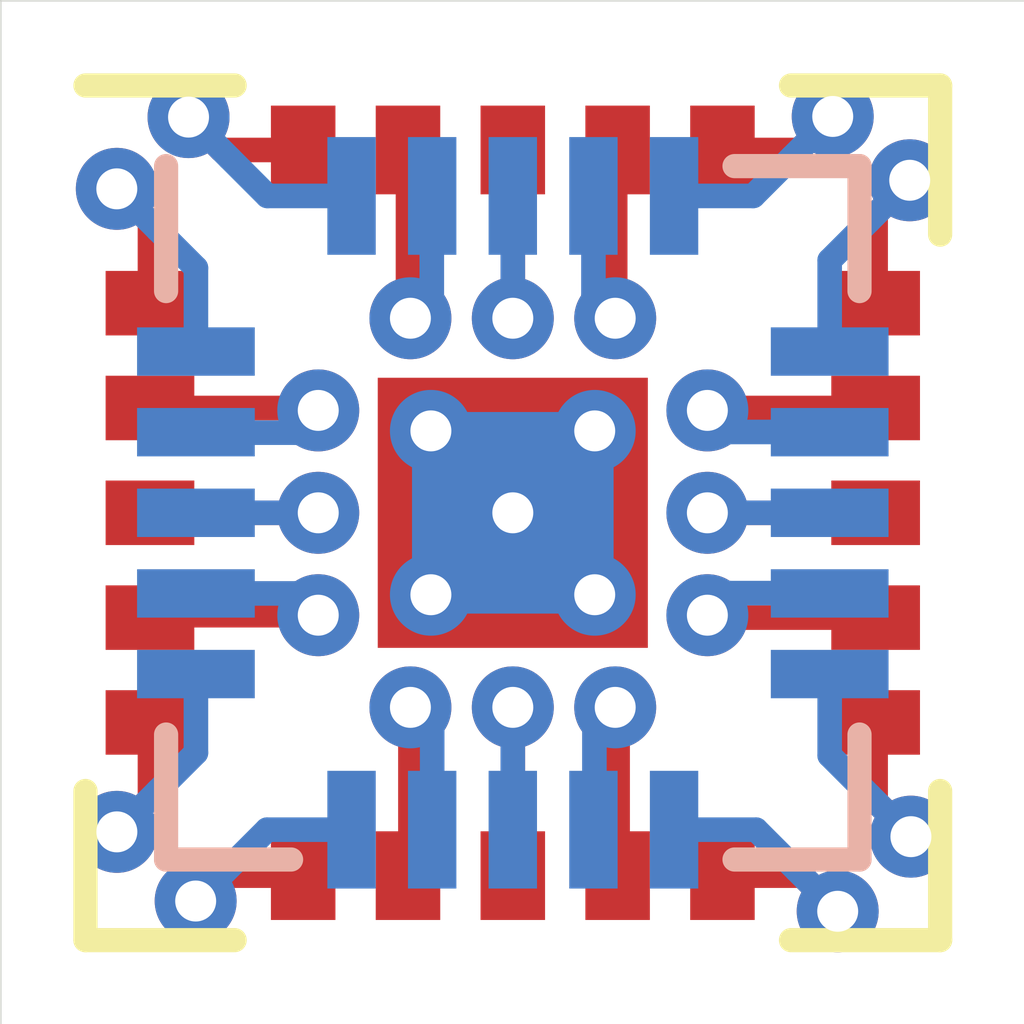
<source format=kicad_pcb>
(kicad_pcb (version 4) (host pcbnew 4.0.7)

  (general
    (links 0)
    (no_connects 0)
    (area 115.99522 73.0726 143.204781 89.9274)
    (thickness 1.6)
    (drawings 4)
    (tracks 111)
    (zones 0)
    (modules 2)
    (nets 1)
  )

  (page A4)
  (layers
    (0 F.Cu signal)
    (31 B.Cu signal)
    (32 B.Adhes user)
    (33 F.Adhes user hide)
    (34 B.Paste user hide)
    (35 F.Paste user hide)
    (36 B.SilkS user)
    (37 F.SilkS user)
    (38 B.Mask user)
    (39 F.Mask user)
    (40 Dwgs.User user hide)
    (41 Cmts.User user hide)
    (42 Eco1.User user hide)
    (43 Eco2.User user hide)
    (44 Edge.Cuts user)
    (45 Margin user hide)
    (46 B.CrtYd user hide)
    (47 F.CrtYd user hide)
    (48 B.Fab user hide)
    (49 F.Fab user hide)
  )

  (setup
    (last_trace_width 0.1524)
    (trace_clearance 0.1524)
    (zone_clearance 0.508)
    (zone_45_only no)
    (trace_min 0.1524)
    (segment_width 0.2)
    (edge_width 0.01)
    (via_size 0.508)
    (via_drill 0.254)
    (via_min_size 0.508)
    (via_min_drill 0.254)
    (uvia_size 0.508)
    (uvia_drill 0.254)
    (uvias_allowed no)
    (uvia_min_size 0.508)
    (uvia_min_drill 0.254)
    (pcb_text_width 0.3)
    (pcb_text_size 1.5 1.5)
    (mod_edge_width 0.15)
    (mod_text_size 1 1)
    (mod_text_width 0.15)
    (pad_size 0.73 0.3)
    (pad_drill 0)
    (pad_to_mask_clearance 0.2)
    (aux_axis_origin 126.825 83.175)
    (grid_origin 126.825 83.175)
    (visible_elements 7FFCD609)
    (pcbplotparams
      (layerselection 0x010f0_80000001)
      (usegerberextensions true)
      (excludeedgelayer true)
      (linewidth 0.100000)
      (plotframeref false)
      (viasonmask false)
      (mode 1)
      (useauxorigin false)
      (hpglpennumber 1)
      (hpglpenspeed 20)
      (hpglpendiameter 15)
      (hpglpenoverlay 2)
      (psnegative false)
      (psa4output false)
      (plotreference true)
      (plotvalue true)
      (plotinvisibletext false)
      (padsonsilk false)
      (subtractmaskfromsilk false)
      (outputformat 1)
      (mirror false)
      (drillshape 0)
      (scaleselection 1)
      (outputdirectory gerber/))
  )

  (net 0 "")

  (net_class Default "This is the default net class."
    (clearance 0.1524)
    (trace_width 0.1524)
    (via_dia 0.508)
    (via_drill 0.254)
    (uvia_dia 0.508)
    (uvia_drill 0.254)
  )

  (module Housings_DFN_QFN:QFN-20-1EP_5x5mm_Pitch0.65mm (layer F.Cu) (tedit 5AD845BC) (tstamp 5ABDFBBC)
    (at 130 80)
    (descr "20-Lead Plastic Quad Flat, No Lead Package (MQ) - 5x5x0.9 mm Body [QFN]; (see Microchip Packaging Specification 00000049BS.pdf)")
    (tags "QFN 0.65")
    (attr smd)
    (fp_text reference REF** (at -2 -6) (layer F.SilkS) hide
      (effects (font (size 1 1) (thickness 0.15)))
    )
    (fp_text value QFN-20-1EP_5x5mm_Pitch0.65mm (at -0.4 8.9) (layer F.Fab) hide
      (effects (font (size 1 1) (thickness 0.15)))
    )
    (fp_line (start -1.5 -2.5) (end 2.5 -2.5) (layer F.Fab) (width 0.15))
    (fp_line (start 2.5 -2.5) (end 2.5 2.5) (layer F.Fab) (width 0.15))
    (fp_line (start 2.5 2.5) (end -2.5 2.5) (layer F.Fab) (width 0.15))
    (fp_line (start -2.5 2.5) (end -2.5 -1.5) (layer F.Fab) (width 0.15))
    (fp_line (start -2.5 -1.5) (end -1.5 -2.5) (layer F.Fab) (width 0.15))
    (fp_line (start -2.8 -2.8) (end -2.8 2.8) (layer F.CrtYd) (width 0.05))
    (fp_line (start 2.8 -2.8) (end 2.8 2.8) (layer F.CrtYd) (width 0.05))
    (fp_line (start -2.8 -2.8) (end 2.8 -2.8) (layer F.CrtYd) (width 0.05))
    (fp_line (start -2.8 2.8) (end 2.8 2.8) (layer F.CrtYd) (width 0.05))
    (fp_line (start 2.65 -2.65) (end 2.65 -1.725) (layer F.SilkS) (width 0.15))
    (fp_line (start -2.65 2.65) (end -2.65 1.725) (layer F.SilkS) (width 0.15))
    (fp_line (start 2.65 2.65) (end 2.65 1.725) (layer F.SilkS) (width 0.15))
    (fp_line (start -2.65 -2.65) (end -1.725 -2.65) (layer F.SilkS) (width 0.15))
    (fp_line (start -2.65 2.65) (end -1.725 2.65) (layer F.SilkS) (width 0.15))
    (fp_line (start 2.65 2.65) (end 1.725 2.65) (layer F.SilkS) (width 0.15))
    (fp_line (start 2.65 -2.65) (end 1.725 -2.65) (layer F.SilkS) (width 0.15))
    (pad 1 smd rect (at -2.25 -1.3) (size 0.55 0.4) (layers F.Cu F.Paste F.Mask))
    (pad 2 smd rect (at -2.25 -0.65) (size 0.55 0.4) (layers F.Cu F.Paste F.Mask))
    (pad 3 smd rect (at -2.25 0) (size 0.55 0.4) (layers F.Cu F.Paste F.Mask))
    (pad 4 smd rect (at -2.25 0.65) (size 0.55 0.4) (layers F.Cu F.Paste F.Mask))
    (pad 5 smd rect (at -2.25 1.3) (size 0.55 0.4) (layers F.Cu F.Paste F.Mask))
    (pad 6 smd rect (at -1.3 2.25 90) (size 0.55 0.4) (layers F.Cu F.Paste F.Mask))
    (pad 7 smd rect (at -0.65 2.25 90) (size 0.55 0.4) (layers F.Cu F.Paste F.Mask))
    (pad 8 smd rect (at 0 2.25 90) (size 0.55 0.4) (layers F.Cu F.Paste F.Mask))
    (pad 9 smd rect (at 0.65 2.25 90) (size 0.55 0.4) (layers F.Cu F.Paste F.Mask))
    (pad 10 smd rect (at 1.3 2.25 90) (size 0.55 0.4) (layers F.Cu F.Paste F.Mask))
    (pad 11 smd rect (at 2.25 1.3) (size 0.55 0.4) (layers F.Cu F.Paste F.Mask))
    (pad 12 smd rect (at 2.25 0.65) (size 0.55 0.4) (layers F.Cu F.Paste F.Mask))
    (pad 13 smd rect (at 2.25 0) (size 0.55 0.4) (layers F.Cu F.Paste F.Mask))
    (pad 14 smd rect (at 2.25 -0.65) (size 0.55 0.4) (layers F.Cu F.Paste F.Mask))
    (pad 15 smd rect (at 2.25 -1.3) (size 0.55 0.4) (layers F.Cu F.Paste F.Mask))
    (pad 16 smd rect (at 1.3 -2.25 90) (size 0.55 0.4) (layers F.Cu F.Paste F.Mask))
    (pad 17 smd rect (at 0.65 -2.25 90) (size 0.55 0.4) (layers F.Cu F.Paste F.Mask))
    (pad 18 smd rect (at 0 -2.25 90) (size 0.55 0.4) (layers F.Cu F.Paste F.Mask))
    (pad 19 smd rect (at -0.65 -2.25 90) (size 0.55 0.4) (layers F.Cu F.Paste F.Mask))
    (pad 20 smd rect (at -1.3 -2.25 90) (size 0.55 0.4) (layers F.Cu F.Paste F.Mask))
    (pad 21 smd rect (at 0 0) (size 1.675 1.675) (layers F.Cu F.Paste F.Mask)
      (solder_paste_margin_ratio -0.2))
    (model ${KISYS3DMOD}/Housings_DFN_QFN.3dshapes/QFN-20-1EP_5x5mm_Pitch0.65mm.wrl
      (at (xyz 0 0 0))
      (scale (xyz 1 1 1))
      (rotate (xyz 0 0 0))
    )
  )

  (module Housings_DFN_QFN:QFN-20-1EP_4x4mm_Pitch0.5mm (layer B.Cu) (tedit 5AD845C7) (tstamp 5ABDFBB0)
    (at 130 80 270)
    (descr "20-Lead Plastic Quad Flat, No Lead Package (ML) - 4x4x0.9 mm Body [QFN]; (see Microchip Packaging Specification 00000049BS.pdf)")
    (tags "QFN 0.5")
    (attr smd)
    (fp_text reference REF** (at -6 -3.8 360) (layer B.SilkS) hide
      (effects (font (size 1 1) (thickness 0.15)) (justify mirror))
    )
    (fp_text value QFN-20-1EP_4x4mm_Pitch0.5mm (at 6.8 0 360) (layer B.Fab) hide
      (effects (font (size 1 1) (thickness 0.15)) (justify mirror))
    )
    (fp_line (start -1 2) (end 2 2) (layer B.Fab) (width 0.15))
    (fp_line (start 2 2) (end 2 -2) (layer B.Fab) (width 0.15))
    (fp_line (start 2 -2) (end -2 -2) (layer B.Fab) (width 0.15))
    (fp_line (start -2 -2) (end -2 1) (layer B.Fab) (width 0.15))
    (fp_line (start -2 1) (end -1 2) (layer B.Fab) (width 0.15))
    (fp_line (start -2.6 2.6) (end -2.6 -2.6) (layer B.CrtYd) (width 0.05))
    (fp_line (start 2.6 2.6) (end 2.6 -2.6) (layer B.CrtYd) (width 0.05))
    (fp_line (start -2.6 2.6) (end 2.6 2.6) (layer B.CrtYd) (width 0.05))
    (fp_line (start -2.6 -2.6) (end 2.6 -2.6) (layer B.CrtYd) (width 0.05))
    (fp_line (start 2.15 2.15) (end 2.15 1.375) (layer B.SilkS) (width 0.15))
    (fp_line (start -2.15 -2.15) (end -2.15 -1.375) (layer B.SilkS) (width 0.15))
    (fp_line (start 2.15 -2.15) (end 2.15 -1.375) (layer B.SilkS) (width 0.15))
    (fp_line (start -2.15 2.15) (end -1.375 2.15) (layer B.SilkS) (width 0.15))
    (fp_line (start -2.15 -2.15) (end -1.375 -2.15) (layer B.SilkS) (width 0.15))
    (fp_line (start 2.15 -2.15) (end 1.375 -2.15) (layer B.SilkS) (width 0.15))
    (fp_line (start 2.15 2.15) (end 1.375 2.15) (layer B.SilkS) (width 0.15))
    (pad 1 smd rect (at -1.965 1 270) (size 0.73 0.3) (layers B.Cu B.Paste B.Mask))
    (pad 2 smd rect (at -1.965 0.5 270) (size 0.73 0.3) (layers B.Cu B.Paste B.Mask))
    (pad 3 smd rect (at -1.965 0 270) (size 0.73 0.3) (layers B.Cu B.Paste B.Mask))
    (pad 4 smd rect (at -1.965 -0.5 270) (size 0.73 0.3) (layers B.Cu B.Paste B.Mask))
    (pad 5 smd rect (at -1.965 -1 270) (size 0.73 0.3) (layers B.Cu B.Paste B.Mask))
    (pad 6 smd rect (at -1 -1.965 180) (size 0.73 0.3) (layers B.Cu B.Paste B.Mask))
    (pad 7 smd rect (at -0.5 -1.965 180) (size 0.73 0.3) (layers B.Cu B.Paste B.Mask))
    (pad 8 smd rect (at 0 -1.965 180) (size 0.73 0.3) (layers B.Cu B.Paste B.Mask))
    (pad 9 smd rect (at 0.5 -1.965 180) (size 0.73 0.3) (layers B.Cu B.Paste B.Mask))
    (pad 10 smd rect (at 1 -1.965 180) (size 0.73 0.3) (layers B.Cu B.Paste B.Mask))
    (pad 11 smd rect (at 1.965 -1 270) (size 0.73 0.3) (layers B.Cu B.Paste B.Mask))
    (pad 12 smd rect (at 1.965 -0.5 270) (size 0.73 0.3) (layers B.Cu B.Paste B.Mask))
    (pad 13 smd rect (at 1.965 0 270) (size 0.73 0.3) (layers B.Cu B.Paste B.Mask))
    (pad 14 smd rect (at 1.965 0.5 270) (size 0.73 0.3) (layers B.Cu B.Paste B.Mask))
    (pad 15 smd rect (at 1.965 1 270) (size 0.73 0.3) (layers B.Cu B.Paste B.Mask))
    (pad 16 smd rect (at 1 1.965 180) (size 0.73 0.3) (layers B.Cu B.Paste B.Mask))
    (pad 17 smd rect (at 0.5 1.965 180) (size 0.73 0.3) (layers B.Cu B.Paste B.Mask))
    (pad 18 smd rect (at 0 1.965 180) (size 0.73 0.3) (layers B.Cu B.Paste B.Mask))
    (pad 19 smd rect (at -0.5 1.965 180) (size 0.73 0.3) (layers B.Cu B.Paste B.Mask))
    (pad 20 smd rect (at -1 1.965 180) (size 0.73 0.3) (layers B.Cu B.Paste B.Mask))
    (pad 21 smd rect (at 0 0 270) (size 1.25 1.25) (layers B.Cu B.Paste B.Mask)
      (solder_paste_margin_ratio -0.2))
  )

  (gr_line (start 126.825 83.175) (end 126.825 76.825) (layer Edge.Cuts) (width 0.01))
  (gr_line (start 133.17754 83.175) (end 126.825 83.175) (layer Edge.Cuts) (width 0.01))
  (gr_line (start 133.17754 76.825) (end 133.17754 83.175) (layer Edge.Cuts) (width 0.01))
  (gr_line (start 126.825 76.825) (end 133.17754 76.825) (layer Edge.Cuts) (width 0.01))

  (segment (start 128.7935 79.365) (end 128.655328 79.503172) (width 0.1524) (layer B.Cu) (net 0))
  (segment (start 128.655328 79.503172) (end 128.038172 79.503172) (width 0.1524) (layer B.Cu) (net 0))
  (segment (start 128.038172 79.503172) (end 128.035 79.5) (width 0.1524) (layer B.Cu) (net 0))
  (segment (start 129.365 78.7935) (end 129.497718 78.660782) (width 0.1524) (layer B.Cu) (net 0))
  (segment (start 129.497718 78.037282) (end 129.5 78.035) (width 0.1524) (layer B.Cu) (net 0))
  (segment (start 129.497718 78.660782) (end 129.497718 78.037282) (width 0.1524) (layer B.Cu) (net 0))
  (segment (start 131.2065 79.365) (end 131.340325 79.498825) (width 0.1524) (layer B.Cu) (net 0))
  (segment (start 131.340325 79.498825) (end 131.963825 79.498825) (width 0.1524) (layer B.Cu) (net 0))
  (segment (start 131.963825 79.498825) (end 131.965 79.5) (width 0.1524) (layer B.Cu) (net 0))
  (segment (start 131.2065 80.635) (end 131.34338 80.49812) (width 0.1524) (layer B.Cu) (net 0))
  (segment (start 131.34338 80.49812) (end 131.96312 80.49812) (width 0.1524) (layer B.Cu) (net 0))
  (segment (start 131.96312 80.49812) (end 131.965 80.5) (width 0.1524) (layer B.Cu) (net 0))
  (segment (start 130.635 81.2065) (end 130.506038 81.335462) (width 0.1524) (layer B.Cu) (net 0))
  (segment (start 130.506038 81.335462) (end 130.506038 81.958962) (width 0.1524) (layer B.Cu) (net 0))
  (segment (start 130.506038 81.958962) (end 130.5 81.965) (width 0.1524) (layer B.Cu) (net 0))
  (segment (start 129.5 81.3415) (end 129.365 81.2065) (width 0.1524) (layer B.Cu) (net 0))
  (segment (start 129.5 81.965) (end 129.5 81.3415) (width 0.1524) (layer B.Cu) (net 0))
  (segment (start 127.798708 81.724517) (end 127.544709 81.978516) (width 0.1524) (layer B.Cu) (net 0))
  (segment (start 128.035 81.488225) (end 127.798708 81.724517) (width 0.1524) (layer B.Cu) (net 0))
  (segment (start 128.035 81) (end 128.035 81.488225) (width 0.1524) (layer B.Cu) (net 0))
  (segment (start 127.75 81.773225) (end 127.544709 81.978516) (width 0.1524) (layer F.Cu) (net 0))
  (segment (start 127.75 81.3) (end 127.75 81.773225) (width 0.1524) (layer F.Cu) (net 0))
  (via (at 127.544709 81.978516) (size 0.508) (drill 0.254) (layers F.Cu B.Cu) (net 0))
  (segment (start 128.287413 82.153381) (end 128.033414 82.40738) (width 0.1524) (layer B.Cu) (net 0))
  (segment (start 128.475794 81.965) (end 128.287413 82.153381) (width 0.1524) (layer B.Cu) (net 0))
  (segment (start 128.190794 82.25) (end 128.033414 82.40738) (width 0.1524) (layer F.Cu) (net 0))
  (segment (start 128.7 82.25) (end 128.190794 82.25) (width 0.1524) (layer F.Cu) (net 0))
  (segment (start 129 81.965) (end 128.475794 81.965) (width 0.1524) (layer B.Cu) (net 0))
  (via (at 128.033414 82.40738) (size 0.508) (drill 0.254) (layers F.Cu B.Cu) (net 0))
  (segment (start 128.192942 77.75) (end 127.989152 77.54621) (width 0.1524) (layer F.Cu) (net 0))
  (segment (start 128.7 77.75) (end 128.192942 77.75) (width 0.1524) (layer F.Cu) (net 0))
  (segment (start 128.243151 77.800209) (end 127.989152 77.54621) (width 0.1524) (layer B.Cu) (net 0))
  (segment (start 128.477942 78.035) (end 128.243151 77.800209) (width 0.1524) (layer B.Cu) (net 0))
  (segment (start 129 78.035) (end 128.477942 78.035) (width 0.1524) (layer B.Cu) (net 0))
  (via (at 127.989152 77.54621) (size 0.508) (drill 0.254) (layers F.Cu B.Cu) (net 0))
  (segment (start 127.75 78.196585) (end 127.544388 77.990973) (width 0.1524) (layer F.Cu) (net 0))
  (segment (start 127.75 78.7) (end 127.75 78.196585) (width 0.1524) (layer F.Cu) (net 0))
  (segment (start 127.798387 78.244972) (end 127.544388 77.990973) (width 0.1524) (layer B.Cu) (net 0))
  (segment (start 128.035 78.481585) (end 127.798387 78.244972) (width 0.1524) (layer B.Cu) (net 0))
  (segment (start 128.035 79) (end 128.035 78.481585) (width 0.1524) (layer B.Cu) (net 0))
  (via (at 127.544388 77.990973) (size 0.508) (drill 0.254) (layers F.Cu B.Cu) (net 0))
  (segment (start 132.207269 78.191927) (end 132.461268 77.937928) (width 0.1524) (layer B.Cu) (net 0))
  (segment (start 131.965 78.434196) (end 132.207269 78.191927) (width 0.1524) (layer B.Cu) (net 0))
  (segment (start 131.965 79) (end 131.965 78.434196) (width 0.1524) (layer B.Cu) (net 0))
  (segment (start 132.25 78.149196) (end 132.461268 77.937928) (width 0.1524) (layer F.Cu) (net 0))
  (segment (start 132.25 78.7) (end 132.25 78.149196) (width 0.1524) (layer F.Cu) (net 0))
  (via (at 132.461268 77.937928) (size 0.508) (drill 0.254) (layers F.Cu B.Cu) (net 0))
  (segment (start 131.775993 77.75) (end 131.983862 77.542131) (width 0.1524) (layer F.Cu) (net 0))
  (segment (start 131.3 77.75) (end 131.775993 77.75) (width 0.1524) (layer F.Cu) (net 0))
  (segment (start 131.729863 77.79613) (end 131.983862 77.542131) (width 0.1524) (layer B.Cu) (net 0))
  (segment (start 131.490993 78.035) (end 131.729863 77.79613) (width 0.1524) (layer B.Cu) (net 0))
  (segment (start 131 78.035) (end 131.490993 78.035) (width 0.1524) (layer B.Cu) (net 0))
  (via (at 131.983862 77.542131) (size 0.508) (drill 0.254) (layers F.Cu B.Cu) (net 0))
  (segment (start 132.214818 81.75433) (end 132.468817 82.008329) (width 0.1524) (layer B.Cu) (net 0))
  (segment (start 131.965 81.504512) (end 132.214818 81.75433) (width 0.1524) (layer B.Cu) (net 0))
  (segment (start 131.965 81) (end 131.965 81.504512) (width 0.1524) (layer B.Cu) (net 0))
  (segment (start 132.25 81.789512) (end 132.468817 82.008329) (width 0.1524) (layer F.Cu) (net 0))
  (segment (start 132.25 81.3) (end 132.25 81.789512) (width 0.1524) (layer F.Cu) (net 0))
  (via (at 132.468817 82.008329) (size 0.508) (drill 0.254) (layers F.Cu B.Cu) (net 0))
  (segment (start 131.793623 82.25) (end 132.014669 82.471046) (width 0.1524) (layer F.Cu) (net 0))
  (segment (start 131.76067 82.217047) (end 132.014669 82.471046) (width 0.1524) (layer B.Cu) (net 0))
  (segment (start 131 81.965) (end 131.508623 81.965) (width 0.1524) (layer B.Cu) (net 0))
  (segment (start 131.3 82.25) (end 131.793623 82.25) (width 0.1524) (layer F.Cu) (net 0))
  (segment (start 131.508623 81.965) (end 131.76067 82.217047) (width 0.1524) (layer B.Cu) (net 0))
  (via (at 132.014669 82.471046) (size 0.508) (drill 0.254) (layers F.Cu B.Cu) (net 0))
  (via (at 130.508 79.492) (size 0.508) (drill 0.254) (layers F.Cu B.Cu) (net 0) (tstamp 5AD84280))
  (via (at 130.508 80.508) (size 0.508) (drill 0.254) (layers F.Cu B.Cu) (net 0) (tstamp 5AD8427F))
  (via (at 129.492 80.508) (size 0.508) (drill 0.254) (layers F.Cu B.Cu) (net 0) (tstamp 5AD8427C))
  (via (at 129.492 79.492) (size 0.508) (drill 0.254) (layers F.Cu B.Cu) (net 0) (tstamp 5AD84253))
  (via (at 130 80) (size 0.508) (drill 0.254) (layers F.Cu B.Cu) (net 0) (tstamp 5AD8424E))
  (segment (start 130.635 78.7935) (end 130.635 77.765) (width 0.1524) (layer F.Cu) (net 0))
  (via (at 130.635 78.7935) (size 0.508) (drill 0.254) (layers F.Cu B.Cu) (net 0))
  (segment (start 130.5 78.6585) (end 130.635 78.7935) (width 0.1524) (layer B.Cu) (net 0))
  (segment (start 130.5 78.035) (end 130.5 78.6585) (width 0.1524) (layer B.Cu) (net 0))
  (segment (start 130.635 77.765) (end 130.65 77.75) (width 0.1524) (layer F.Cu) (net 0))
  (segment (start 129.35 77.75) (end 129.35 78.7785) (width 0.1524) (layer F.Cu) (net 0))
  (segment (start 129.35 78.7785) (end 129.365 78.7935) (width 0.1524) (layer F.Cu) (net 0))
  (via (at 129.365 78.7935) (size 0.508) (drill 0.254) (layers F.Cu B.Cu) (net 0))
  (segment (start 130 78.7935) (end 130 77.75) (width 0.1524) (layer F.Cu) (net 0))
  (via (at 130 78.7935) (size 0.508) (drill 0.254) (layers F.Cu B.Cu) (net 0))
  (segment (start 130 78.035) (end 130 78.7935) (width 0.1524) (layer B.Cu) (net 0))
  (segment (start 130.65 82.25) (end 130.65 81.2215) (width 0.1524) (layer F.Cu) (net 0))
  (segment (start 130.65 81.2215) (end 130.635 81.2065) (width 0.1524) (layer F.Cu) (net 0))
  (via (at 130.635 81.2065) (size 0.508) (drill 0.254) (layers F.Cu B.Cu) (net 0))
  (segment (start 129.365 81.2065) (end 129.365 82.235) (width 0.1524) (layer F.Cu) (net 0))
  (segment (start 129.365 82.235) (end 129.35 82.25) (width 0.1524) (layer F.Cu) (net 0))
  (via (at 129.365 81.2065) (size 0.508) (drill 0.254) (layers F.Cu B.Cu) (net 0))
  (segment (start 127.75 79.35) (end 128.7785 79.35) (width 0.1524) (layer F.Cu) (net 0))
  (segment (start 128.7785 79.35) (end 128.7935 79.365) (width 0.1524) (layer F.Cu) (net 0))
  (via (at 128.7935 79.365) (size 0.508) (drill 0.254) (layers F.Cu B.Cu) (net 0))
  (segment (start 128.7935 80.635) (end 127.765 80.635) (width 0.1524) (layer F.Cu) (net 0))
  (segment (start 127.765 80.635) (end 127.75 80.65) (width 0.1524) (layer F.Cu) (net 0))
  (segment (start 128.035 80.5) (end 128.6585 80.5) (width 0.1524) (layer B.Cu) (net 0))
  (segment (start 128.6585 80.5) (end 128.7935 80.635) (width 0.1524) (layer B.Cu) (net 0))
  (via (at 128.7935 80.635) (size 0.508) (drill 0.254) (layers F.Cu B.Cu) (net 0))
  (segment (start 128.7935 80) (end 128.035 80) (width 0.1524) (layer B.Cu) (net 0))
  (segment (start 127.75 80) (end 128.7935 80) (width 0.1524) (layer F.Cu) (net 0))
  (via (at 128.7935 80) (size 0.508) (drill 0.254) (layers F.Cu B.Cu) (net 0))
  (segment (start 130 81.2065) (end 130 82.25) (width 0.1524) (layer F.Cu) (net 0))
  (segment (start 130 81.965) (end 130 81.2065) (width 0.1524) (layer B.Cu) (net 0))
  (via (at 130 81.2065) (size 0.508) (drill 0.254) (layers F.Cu B.Cu) (net 0))
  (segment (start 132.25 80.65) (end 131.2215 80.65) (width 0.1524) (layer F.Cu) (net 0))
  (segment (start 131.2215 80.65) (end 131.2065 80.635) (width 0.1524) (layer F.Cu) (net 0))
  (via (at 131.2065 80.635) (size 0.508) (drill 0.254) (layers F.Cu B.Cu) (net 0))
  (segment (start 131.2065 80) (end 132.25 80) (width 0.1524) (layer F.Cu) (net 0))
  (segment (start 131.965 80) (end 131.2065 80) (width 0.1524) (layer B.Cu) (net 0))
  (via (at 131.2065 80) (size 0.508) (drill 0.254) (layers F.Cu B.Cu) (net 0))
  (segment (start 132.25 79.35) (end 131.2215 79.35) (width 0.1524) (layer F.Cu) (net 0))
  (segment (start 131.2215 79.35) (end 131.2065 79.365) (width 0.1524) (layer F.Cu) (net 0))
  (via (at 131.2065 79.365) (size 0.508) (drill 0.254) (layers F.Cu B.Cu) (net 0))
  (segment (start 129.365 77.765) (end 129.35 77.75) (width 0.1524) (layer F.Cu) (net 0))

)

</source>
